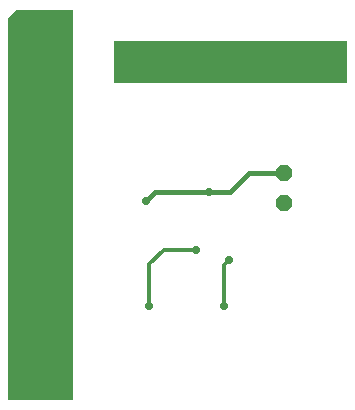
<source format=gbr>
G04 EAGLE Gerber RS-274X export*
G75*
%MOMM*%
%FSLAX34Y34*%
%LPD*%
%INBottom Copper*%
%IPPOS*%
%AMOC8*
5,1,8,0,0,1.08239X$1,22.5*%
G01*
%ADD10P,1.429621X8X292.500000*%
%ADD11C,0.711200*%
%ADD12C,0.381000*%
%ADD13C,0.304800*%

G36*
X103637Y65023D02*
X103637Y65023D01*
X103637Y65024D01*
X103637Y395732D01*
X103633Y395737D01*
X103632Y395737D01*
X55880Y395737D01*
X55878Y395735D01*
X55876Y395736D01*
X49018Y388878D01*
X49018Y388875D01*
X49017Y388874D01*
X49017Y65024D01*
X49021Y65019D01*
X49022Y65019D01*
X103632Y65019D01*
X103637Y65023D01*
G37*
G36*
X335285Y334009D02*
X335285Y334009D01*
X335285Y334010D01*
X335285Y369570D01*
X335281Y369575D01*
X335280Y369575D01*
X138430Y369575D01*
X138425Y369571D01*
X138425Y369570D01*
X138425Y334010D01*
X138429Y334005D01*
X138430Y334005D01*
X335280Y334005D01*
X335285Y334009D01*
G37*
D10*
X281940Y257810D03*
X281940Y232410D03*
D11*
X98044Y376936D03*
X53594Y330200D03*
X53594Y291592D03*
X53594Y250952D03*
X53594Y210820D03*
X53594Y165100D03*
X53594Y116840D03*
X58420Y97790D03*
X73660Y97790D03*
X88900Y97790D03*
X58420Y85090D03*
X73660Y85090D03*
X88900Y85090D03*
X58420Y72390D03*
X73660Y72390D03*
X88900Y72390D03*
X218440Y241554D03*
X165100Y233680D03*
D12*
X172974Y241554D01*
X218440Y241554D01*
X252730Y257810D02*
X281940Y257810D01*
X236474Y241554D02*
X218440Y241554D01*
X236474Y241554D02*
X252730Y257810D01*
D11*
X165100Y361950D03*
X165100Y351790D03*
X165100Y341630D03*
X142240Y363220D03*
X302260Y365252D03*
X302260Y356362D03*
X302260Y346964D03*
X302260Y338328D03*
X231648Y144526D03*
D13*
X231648Y179578D01*
X235458Y183388D01*
D11*
X235458Y183388D03*
X167894Y144526D03*
D13*
X167894Y180086D01*
X180340Y192532D02*
X208026Y192532D01*
D11*
X208026Y192532D03*
D13*
X180340Y192532D02*
X167894Y180086D01*
M02*

</source>
